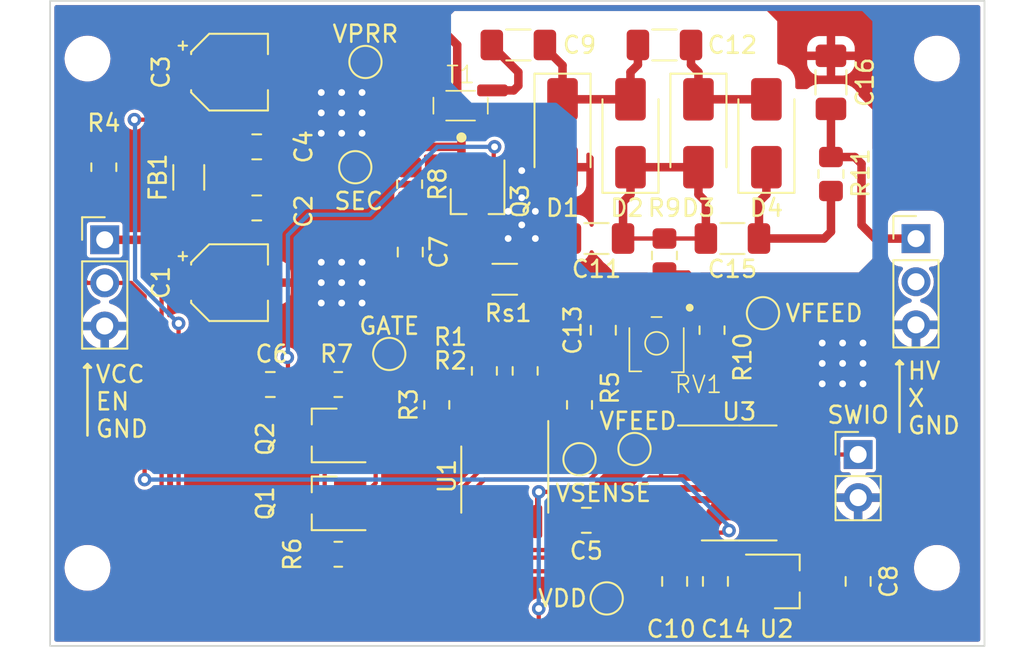
<source format=kicad_pcb>
(kicad_pcb (version 20221018) (generator pcbnew)

  (general
    (thickness 1.6)
  )

  (paper "A4")
  (layers
    (0 "F.Cu" signal)
    (31 "B.Cu" signal)
    (32 "B.Adhes" user "B.Adhesive")
    (33 "F.Adhes" user "F.Adhesive")
    (34 "B.Paste" user)
    (35 "F.Paste" user)
    (36 "B.SilkS" user "B.Silkscreen")
    (37 "F.SilkS" user "F.Silkscreen")
    (38 "B.Mask" user)
    (39 "F.Mask" user)
    (40 "Dwgs.User" user "User.Drawings")
    (41 "Cmts.User" user "User.Comments")
    (42 "Eco1.User" user "User.Eco1")
    (43 "Eco2.User" user "User.Eco2")
    (44 "Edge.Cuts" user)
    (45 "Margin" user)
    (46 "B.CrtYd" user "B.Courtyard")
    (47 "F.CrtYd" user "F.Courtyard")
    (48 "B.Fab" user)
    (49 "F.Fab" user)
    (50 "User.1" user)
    (51 "User.2" user)
    (52 "User.3" user)
    (53 "User.4" user)
    (54 "User.5" user)
    (55 "User.6" user)
    (56 "User.7" user)
    (57 "User.8" user)
    (58 "User.9" user)
  )

  (setup
    (pad_to_mask_clearance 0)
    (pcbplotparams
      (layerselection 0x00010fc_ffffffff)
      (plot_on_all_layers_selection 0x0000000_00000000)
      (disableapertmacros false)
      (usegerberextensions false)
      (usegerberattributes true)
      (usegerberadvancedattributes true)
      (creategerberjobfile true)
      (dashed_line_dash_ratio 12.000000)
      (dashed_line_gap_ratio 3.000000)
      (svgprecision 4)
      (plotframeref false)
      (viasonmask false)
      (mode 1)
      (useauxorigin false)
      (hpglpennumber 1)
      (hpglpenspeed 20)
      (hpglpendiameter 15.000000)
      (dxfpolygonmode true)
      (dxfimperialunits true)
      (dxfusepcbnewfont true)
      (psnegative false)
      (psa4output false)
      (plotreference true)
      (plotvalue true)
      (plotinvisibletext false)
      (sketchpadsonfab false)
      (subtractmaskfromsilk false)
      (outputformat 1)
      (mirror false)
      (drillshape 1)
      (scaleselection 1)
      (outputdirectory "")
    )
  )

  (net 0 "")
  (net 1 "VCC")
  (net 2 "GND")
  (net 3 "/VPR")
  (net 4 "Net-(Q3-G)")
  (net 5 "/RFEED_H")
  (net 6 "Net-(D1-K)")
  (net 7 "Net-(D2-K)")
  (net 8 "Net-(D3-K)")
  (net 9 "Net-(D4-K)")
  (net 10 "Net-(C7-Pad1)")
  (net 11 "VDD")
  (net 12 "Net-(C9-Pad1)")
  (net 13 "VPP")
  (net 14 "/ENABLE")
  (net 15 "unconnected-(J2-Pin_2-Pad2)")
  (net 16 "Net-(U1B-+)")
  (net 17 "Net-(Q1-B)")
  (net 18 "/MOS_D")
  (net 19 "Net-(Q1-E)")
  (net 20 "Net-(U1A-+)")
  (net 21 "/VSENSE")
  (net 22 "Net-(U1A--)")
  (net 23 "/GATE_DRV")
  (net 24 "/VFEED")
  (net 25 "/SWIO")
  (net 26 "Net-(R10-Pad2)")
  (net 27 "unconnected-(U3-PD4_A7_T2AETR2-Pad1)")
  (net 28 "unconnected-(U3-PD5_A5_UART_TX-Pad2)")
  (net 29 "unconnected-(U3-PD6_A6_UART_RX-Pad3)")
  (net 30 "unconnected-(U3-PD7_NRST_T2CH4-Pad4)")
  (net 31 "unconnected-(U3-PC1_SDA-Pad11)")
  (net 32 "unconnected-(U3-PC2_SCL-Pad12)")
  (net 33 "unconnected-(U3-PC3-Pad13)")
  (net 34 "unconnected-(U3-PC4_A2_T1CH4-Pad14)")
  (net 35 "unconnected-(U3-PC5_SCK-Pad15)")
  (net 36 "unconnected-(U3-PC6_MOSI-Pad16)")
  (net 37 "unconnected-(U3-PC7_MISO-Pad17)")
  (net 38 "unconnected-(U3-PD2_A3_T2CH1-Pad19)")
  (net 39 "unconnected-(U3-PD2_A4_T1CH2-Pad20)")

  (footprint "Resistor_SMD:R_0805_2012Metric_Pad1.20x1.40mm_HandSolder" (layer "F.Cu") (at 136.7625 45.4 -90))

  (footprint "Resistor_SMD:R_0805_2012Metric_Pad1.20x1.40mm_HandSolder" (layer "F.Cu") (at 131.5625 47.4 90))

  (footprint "MountingHole:MountingHole_2.2mm_M2_DIN965" (layer "F.Cu") (at 111 57))

  (footprint "Connector_PinHeader_2.54mm:PinHeader_1x03_P2.54mm_Vertical" (layer "F.Cu") (at 112.0145 37.675))

  (footprint "TestPoint:TestPoint_Pad_D1.5mm" (layer "F.Cu") (at 150.7625 42))

  (footprint "Resistor_SMD:R_0805_2012Metric_Pad1.20x1.40mm_HandSolder" (layer "F.Cu") (at 154.7625 33.8 90))

  (footprint "Capacitor_SMD:C_1206_3216Metric_Pad1.33x1.80mm_HandSolder" (layer "F.Cu") (at 154.7625 28.4 90))

  (footprint "Capacitor_SMD:C_0805_2012Metric_Pad1.18x1.45mm_HandSolder" (layer "F.Cu") (at 121.7625 46.2 180))

  (footprint "Package_TO_SOT_SMD:SOT-23_Handsoldering" (layer "F.Cu") (at 124.9625 49.2 180))

  (footprint "MountingHole:MountingHole_2.2mm_M2_DIN965" (layer "F.Cu") (at 161 27))

  (footprint "TestPoint:TestPoint_Pad_D1.5mm" (layer "F.Cu") (at 139.9625 50.6))

  (footprint "TestPoint:TestPoint_Pad_D1.5mm" (layer "F.Cu") (at 128.7625 44.4))

  (footprint "MountingHole:MountingHole_2.2mm_M2_DIN965" (layer "F.Cu") (at 161 57))

  (footprint "Resistor_SMD:R_0805_2012Metric_Pad1.20x1.40mm_HandSolder" (layer "F.Cu") (at 125.7625 46.2 180))

  (footprint "Diode_SMD:D_SMA" (layer "F.Cu") (at 142.9625 31.4 90))

  (footprint "Resistor_SMD:R_0805_2012Metric_Pad1.20x1.40mm_HandSolder" (layer "F.Cu") (at 134.3625 45.4 -90))

  (footprint "TestPoint:TestPoint_Pad_D1.5mm" (layer "F.Cu") (at 127.3625 27.2))

  (footprint "Capacitor_SMD:C_1206_3216Metric_Pad1.33x1.80mm_HandSolder" (layer "F.Cu") (at 144.9625 26.2))

  (footprint "Package_TO_SOT_SMD:SOT-23_Handsoldering" (layer "F.Cu") (at 152.1625 57.8))

  (footprint "Connector_PinHeader_2.54mm:PinHeader_1x03_P2.54mm_Vertical" (layer "F.Cu") (at 159.7665 37.607))

  (footprint "lcsc_misc:ATB322524-0110-T000" (layer "F.Cu") (at 132.9625 29.8))

  (footprint "Resistor_SMD:R_1206_3216Metric_Pad1.30x1.75mm_HandSolder" (layer "F.Cu") (at 116.9625 34 90))

  (footprint "Capacitor_SMD:C_0805_2012Metric_Pad1.18x1.45mm_HandSolder" (layer "F.Cu") (at 141.3625 43 90))

  (footprint "lcsc_misc:VG039NCHXTB222" (layer "F.Cu") (at 144.547361 45.375 180))

  (footprint "Capacitor_SMD:CP_Elec_4x5.4" (layer "F.Cu") (at 119.3625 27.8))

  (footprint "Resistor_SMD:R_0805_2012Metric_Pad1.20x1.40mm_HandSolder" (layer "F.Cu") (at 144.9625 38.6 -90))

  (footprint "Capacitor_SMD:C_0805_2012Metric_Pad1.18x1.45mm_HandSolder" (layer "F.Cu") (at 120.9625 32.2))

  (footprint "Capacitor_SMD:C_0805_2012Metric_Pad1.18x1.45mm_HandSolder" (layer "F.Cu") (at 130 38.4 -90))

  (footprint "Resistor_SMD:R_1206_3216Metric_Pad1.30x1.75mm_HandSolder" (layer "F.Cu") (at 135.5625 40))

  (footprint "MountingHole:MountingHole_2.2mm_M2_DIN965" (layer "F.Cu") (at 111 27))

  (footprint "Capacitor_SMD:C_0805_2012Metric_Pad1.18x1.45mm_HandSolder" (layer "F.Cu") (at 147.9625 57.8 90))

  (footprint "Diode_SMD:D_SMA" (layer "F.Cu") (at 146.9625 31.4 -90))

  (footprint "Resistor_SMD:R_0805_2012Metric_Pad1.20x1.40mm_HandSolder" (layer "F.Cu") (at 125.7625 56.2 180))

  (footprint "Resistor_SMD:R_0805_2012Metric_Pad1.20x1.40mm_HandSolder" (layer "F.Cu") (at 111.9625 33.4 90))

  (footprint "Package_TO_SOT_SMD:SOT-23_Handsoldering" (layer "F.Cu") (at 124.9625 53.2 180))

  (footprint "Capacitor_SMD:C_0805_2012Metric_Pad1.18x1.45mm_HandSolder" (layer "F.Cu") (at 145.5625 57.8 90))

  (footprint "Capacitor_SMD:C_1206_3216Metric_Pad1.33x1.80mm_HandSolder" (layer "F.Cu") (at 148.9625 37.6))

  (footprint "Capacitor_SMD:C_1206_3216Metric_Pad1.33x1.80mm_HandSolder" (layer "F.Cu") (at 136.3625 26.2))

  (footprint "Resistor_SMD:R_0805_2012Metric_Pad1.20x1.40mm_HandSolder" (layer "F.Cu") (at 147.7625 43 -90))

  (footprint "Diode_SMD:D_SMA" (layer "F.Cu") (at 150.9625 31.4 90))

  (footprint "Package_TO_SOT_SMD:SOT-23_Handsoldering" (layer "F.Cu") (at 133.9625 35.4 -90))

  (footprint "Diode_SMD:D_SMA" (layer "F.Cu") (at 138.9625 31.4 -90))

  (footprint "Connector_PinHeader_2.54mm:PinHeader_1x02_P2.54mm_Vertical" (layer "F.Cu") (at 156.3625 50.325))

  (footprint "Package_SO:SOIC-8_3.9x4.9mm_P1.27mm" (layer "F.Cu") (at 135.5625 51.8 -90))

  (footprint "Resistor_SMD:R_0805_2012Metric_Pad1.20x1.40mm_HandSolder" (layer "F.Cu") (at 139.9625 47.4 90))

  (footprint "TestPoint:TestPoint_Pad_D1.5mm" (layer "F.Cu") (at 141.5625 58.8))

  (footprint "Capacitor_SMD:CP_Elec_4x5.4" (layer "F.Cu") (at 119.3625 40.2))

  (footprint "Package_SO:TSSOP-20_4.4x6.5mm_P0.65mm" (layer "F.Cu") (at 149.3625 52))

  (footprint "Capacitor_SMD:C_1206_3216Metric_Pad1.33x1.80mm_HandSolder" (layer "F.Cu") (at 140.9625 37.6))

  (footprint "Capacitor_SMD:C_0805_2012Metric_Pad1.18x1.45mm_HandSolder" (layer "F.Cu") (at 140.3625 54.2))

  (footprint "Resistor_SMD:R_0805_2012Metric_Pad1.20x1.40mm_HandSolder" (layer "F.Cu") (at 129.9625 34.4 -90))

  (footprint "TestPoint:TestPoint_Pad_D1.5mm" (layer "F.Cu") (at 126.7625 33.4))

  (footprint "TestPoint:TestPoint_Pad_D1.5mm" (layer "F.Cu") (at 143.2 50))

  (footprint "Capacitor_SMD:C_0805_2012Metric_Pad1.18x1.45mm_HandSolder" (layer "F.Cu") (at 120.9625 35.8))

  (footprint "Capacitor_SMD:C_0805_2012Metric_Pad1.18x1.45mm_HandSolder" (layer "F.Cu") (at 156.3625 57.8 90))

  (gr_line (start 110.8 45.2) (end 111.2 45.2)
    (stroke (width 0.15) (type default)) (layer "F.SilkS") (tstamp 0ae0131c-fff4-46b6-b449-9c0993df9f9c))
  (gr_line (start 158.8 44.8) (end 158.6 45)
    (stroke (width 0.15) (type default)) (layer "F.SilkS") (tstamp 1020d271-1bc7-4f3d-a11d-9dcd8fafd51d))
  (gr_line (start 111 45) (end 111 49.2)
    (stroke (width 0.15) (type default)) (layer "F.SilkS") (tstamp 1477062b-458a-4957-9f25-7f0e5be0530b))
  (gr_line (start 111.2 45.2) (end 111 45)
    (stroke (width 0.15) (type default)) (layer "F.SilkS") (tstamp 1a242a07-27af-487c-9480-dd142d5c6339))
  (gr_line (start 159 45) (end 158.8 44.8)
    (stroke (width 0.15) (type default)) (layer "F.SilkS") (tstamp 28b3c116-76b5-4719-9f55-687c9bd2dd76))
  (gr_line (start 158.6 45) (end 159 45)
    (stroke (width 0.15) (type default)) (layer "F.SilkS") (tstamp 5a6bdfc8-bb55-4190-9024-06a17bfe8fc3))
  (gr_line (start 158.8 44.8) (end 158.8 49)
    (stroke (width 0.15) (type default)) (layer "F.SilkS") (tstamp 839d92c9-6ae5-46c2-bc78-289c43e422ee))
  (gr_line (start 111 45) (end 110.8 45.2)
    (stroke (width 0.15) (type default)) (layer "F.SilkS") (tstamp fd367d7d-94a2-41b8-abb2-7e91f863b4be))
  (gr_rect (start 108.8 23.6) (end 163.8 61.6)
    (stroke (width 0.1) (type default)) (fill none) (layer "Edge.Cuts") (tstamp f237f43f-3bb2-4665-92f8-866e22f3400d))
  (gr_text "HV\nX\nGND\n" (at 159.2 49.2) (layer "F.SilkS") (tstamp 2973b3db-14b4-45bd-a5e6-45d896998617)
    (effects (font (size 1 1) (thickness 0.15)) (justify left bottom))
  )
  (gr_text "VCC\nEN\nGND\n" (at 111.4 49.4) (layer "F.SilkS") (tstamp a6124a94-4cc1-4f7b-8539-0164ff84cb4d)
    (effects (font (size 1 1) (thickness 0.15)) (justify left bottom))
  )

  (segment (start 119.925 35.8) (end 119.925 36.0375) (width 0.5) (layer "F.Cu") (net 1) (tstamp 0a47d165-51c5-4123-87f9-43c5fdd0f78e))
  (segment (start 119.925 36.0375) (end 118.5625 37.4) (width 0.5) (layer "F.Cu") (net 1) (tstamp 185aae93-bb15-4d7d-afdb-7b7d25310887))
  (segment (start 118.5625 37.4) (end 115.3625 37.4) (width 0.5) (layer "F.Cu") (net 1) (tstamp 2241f2f8-b182-4335-887b-242b7aee3e51))
  (segment (start 117.5625 40.2) (end 115.3625 40.2) (width 0.5) (layer "F.Cu") (net 1) (tstamp 279359e5-12fc-48f6-910a-a1bc5775225e))
  (segment (start 153.6625 57.8) (end 153.1625 57.8) (width 0.25) (layer "F.Cu") (net 1) (tstamp 369674d7-d6ec-4f0f-a3cc-71fd14c61518))
  (segment (start 152.5625 58.4) (end 152.5625 60.6) (width 0.25) (layer "F.Cu") (net 1) (tstamp 37f98854-da8e-43e9-8567-7ec55f931b21))
  (segment (start 115.3625 37.8) (end 115.3625 40.2) (width 0.5) (layer "F.Cu") (net 1) (tstamp 4209afe0-53c0-4bce-b39a-038cc264a92b))
  (segment (start 155.9625 60.6) (end 152.5625 60.6) (width 0.25) (layer "F.Cu") (net 1) (tstamp 4740ee89-b2c6-448f-bc05-a02dbdbd7aa5))
  (segment (start 156.3625 58.8375) (end 156.3625 60.2) (width 0.25) (layer "F.Cu") (net 1) (tstamp 4a4c01ba-ebd2-4d4d-bcae-d2d976dcf70d))
  (segment (start 137.4675 52.6195) (end 137.5625 52.5245) (width 0.25) (layer "F.Cu") (net 1) (tstamp 51b7821d-f6b8-4fed-91c1-a1a66ccc8784))
  (segment (start 138.687 52.5245) (end 137.5625 52.5245) (width 0.25) (layer "F.Cu") (net 1) (tstamp 575e007e-2592-4478-bbe6-e4ae035e685a))
  (segment (start 115.3625 55.8) (end 115.3625 40.6) (width 0.25) (layer "F.Cu") (net 1) (tstamp 635871d5-08d7-405e-a27b-6b1690e4e5d0))
  (segment (start 153.1625 57.8) (end 152.5625 58.4) (width 0.25) (layer "F.Cu") (net 1) (tstamp 7b95c8e5-b62d-4faa-ba6c-ccd236044e29))
  (segment (start 115.6125 35.55) (end 115.3625 35.8) (width 0.5) (layer "F.Cu") (net 1) (tstamp 7d2d31bf-7f70-4267-b0ce-13d9dfb39ba8))
  (segment (start 111.9625 37.675) (end 115.2375 37.675) (width 0.5) (layer "F.Cu") (net 1) (tstamp 7d932338-b960-4528-8c3d-0f6e76f7f005))
  (segment (start 137.3625 60.6) (end 120.1625 60.6) (width 0.25) (layer "F.Cu") (net 1) (tstamp 8d57a964-f8e5-4005-a425-fba4a4d94cce))
  (segment (start 115.3625 35.8) (end 115.3625 37.4) (width 0.5) (layer "F.Cu") (net 1) (tstamp 9f7c8363-d5ca-4dc2-b98b-cce6443e562c))
  (segment (start 137.4675 54.275) (end 137.4675 52.6195) (width 0.25) (layer "F.Cu") (net 1) (tstamp bbbf19f0-5571-48bc-a4e6-f89c328045e3))
  (segment (start 139.325 54.2) (end 139.325 53.1625) (width 0.25) (layer "F.Cu") (net 1) (tstamp c20f4690-3cf0-4922-b9ba-4090c1ca456c))
  (segment (start 137.5625 59.4) (end 137.5625 60.6) (width 0.25) (layer "F.Cu") (net 1) (tstamp c95c18d0-1f2d-436d-8770-f8e2cc6cbc3a))
  (segment (start 116.9625 35.55) (end 115.6125 35.55) (width 0.5) (layer "F.Cu") (net 1) (tstamp cd4de93a-8799-4dc3-92df-d90737ee8a81))
  (segment (start 115.3625 40.2) (end 115.3625 40.6) (width 0.5) (layer "F.Cu") (net 1) (tstamp d8230a41-8283-4f53-8875-b796a73af947))
  (segment (start 120.1625 60.6) (end 115.3625 55.8) (width 0.25) (layer "F.Cu") (net 1) (tstamp d87faa40-2c22-4728-a584-af3a3f2d2971))
  (segment (start 115.2375 37.675) (end 115.3625 37.8) (width 0.5) (layer "F.Cu") (net 1) (tstamp dc237eb1-6ed7-4118-832c-97c15e08108a))
  (segment (start 137.5625 60.6) (end 137.3625 60.6) (width 0.25) (layer "F.Cu") (net 1) (tstamp df5eac7f-a402-48b8-8fc7-ff43ad1a9f35))
  (segment (start 152.5625 60.6) (end 137.3625 60.6) (width 0.25) (layer "F.Cu") (net 1) (tstamp e5fd33ca-ade7-4eea-b524-68b02b7c3a2b))
  (segment (start 115.3625 37.4) (end 115.3625 37.8) (width 0.5) (layer "F.Cu") (net 1) (tstamp ef79c898-a0e0-4f07-89b7-fe11d9ee7d01))
  (segment (start 156.3625 60.2) (end 155.9625 60.6) (width 0.25) (layer "F.Cu") (net 1) (tstamp f07ad43c-6548-424e-98b0-2631d69e7bd0))
  (segment (start 139.325 53.1625) (end 138.687 52.5245) (width 0.25) (layer "F.Cu") (net 1) (tstamp ff78db95-4d87-4f6a-be7a-416130a14c59))
  (via (at 137.5625 52.5245) (size 0.8) (drill 0.4) (layers "F.Cu" "B.Cu") (net 1) (tstamp 170a37be-457f-4523-83bc-e13ee3a6d2e5))
  (via (at 137.5625 59.4) (size 0.8) (drill 0.4) (layers "F.Cu" "B.Cu") (net 1) (tstamp e188f433-ce1e-4cb5-85af-a42ce64874eb))
  (segment (start 137.5625 52.5245) (end 137.5625 59.4) (width 0.25) (layer "B.Cu") (net 1) (tstamp b53bd441-e861-4cb9-a36b-0ba6adedc08d))
  (segment (start 133.3625 47.6) (end 132.3625 47.6) (width 0.25) (layer "F.Cu") (net 2) (tstamp 12173188-a2d3-404e-ad95-9d20d75be037))
  (segment (start 139.4 39.5625) (end 139.4 37.6) (width 0.5) (layer "F.Cu") (net 2) (tstamp 1fd17d7d-9d74-4342-b3f9-1a0283dd1922))
  (segment (start 133.6575 47.895) (end 133.3625 47.6) (width 0.25) (layer "F.Cu") (net 2) (tstamp 35b5ac7b-2270-43bc-9d44-a3b444ab3c60))
  (segment (start 127.2875 28.875) (end 127.1625 29) (width 0.5) (layer "F.Cu") (net 2) (tstamp 3b1cae46-957c-4433-8d22-a959f2b77635))
  (segment (start 136.2125 40) (end 135.8125 40.4) (width 0.25) (layer "F.Cu") (net 2) (tstamp 4a0ac9de-3734-44e9-b879-48effa8548f8))
  (segment (start 133.6575 49.325) (end 133.6575 47.895) (width 0.25) (layer "F.Cu") (net 2) (tstamp 57164f91-4110-4f1a-93da-d877262bf44e))
  (segment (start 135.8125 40.4) (end 135.8125 43.45) (width 0.25) (layer "F.Cu") (net 2) (tstamp 5ae22753-0217-497a-8c56-3d9b7e628d55))
  (segment (start 131.075 28.875) (end 127.2875 28.875) (width 0.5) (layer "F.Cu") (net 2) (tstamp 619767c2-e242-447b-a52e-c0eca5f48828))
  (segment (start 132.3625 47.6) (end 131.5625 48.4) (width 0.25) (layer "F.Cu") (net 2) (tstamp 70d3805a-5d18-4358-a208-541ffb77aeb8))
  (segment (start 138.9625 40) (end 139.4 39.5625) (width 0.5) (layer "F.Cu") (net 2) (tstamp 79b8bd89-7aaf-4ca5-b7ec-f7381b64bf04))
  (segment (start 135.8125 43.45) (end 136.7625 44.4) (width 0.25) (layer "F.Cu") (net 2) (tstamp 8c1451e2-d2c1-45a0-9060-5af19b1bd1e8))
  (segment (start 137.1125 40) (end 136.2125 40) (width 0.25) (layer "F.Cu") (net 2) (tstamp 962993ef-1ba5-482a-8926-9f102ed541b8))
  (segment (start 137.1125 40) (end 138.9625 40) (width 0.5) (layer "F.Cu") (net 2) (tstamp d1c37917-3e48-443d-804a-fc962cb1e38a))
  (via (at 136.5625 33.6) (size 0.8) (drill 0.4) (layers "F.Cu" "B.Cu") (free) (net 2) (tstamp 0d979c37-1b31-45bb-8e36-0ed3d1bccf3b))
  (via (at 127.1625 29) (size 0.8) (drill 0.4) (layers "F.Cu" "B.Cu") (free) (net 2) (tstamp 157bfaa7-d34d-4aa1-b5ea-8ab7045b8199))
  (via (at 136.5625 35.2) (size 0.8) (drill 0.4) (layers "F.Cu" "B.Cu") (free) (net 2) (tstamp 27e5c644-c900-425f-b5f5-82f4776a1dca))
  (via (at 125.9625 39) (size 0.8) (drill 0.4) (layers "F.Cu" "B.Cu") (free) (net 2) (tstamp 28f7a659-d724-46de-a2b1-6
... [256974 chars truncated]
</source>
